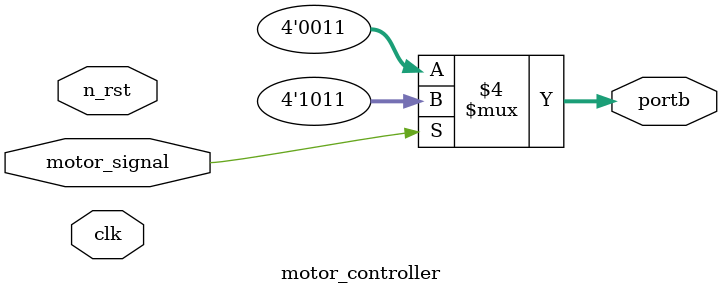
<source format=v>
module motor_controller(
    input wire clk,
    input wire n_rst,
    input wire motor_signal, // Motor control signal
    output reg [7:4] portb  // PB7 to PB4 for motor control   // PA3 to PA0 for LEDs
);
    // Define motor control states
    parameter MOTOR_CW    = 4'b1011; // Forward: AIN1=1, AIN2=0, PWMA=1, STBY=1
    parameter MOTOR_STOP  = 4'b0011; // Stop: AIN1=0, AIN2=0, PWMA=1, STBY=1

    // Output logic for mEDs
    always @(*) begin
            if (motor_signal == 1'b1) begin
                portb <= MOTOR_CW;
            end else begin
                portb <= MOTOR_STOP;
            end
        end
endmodule

</source>
